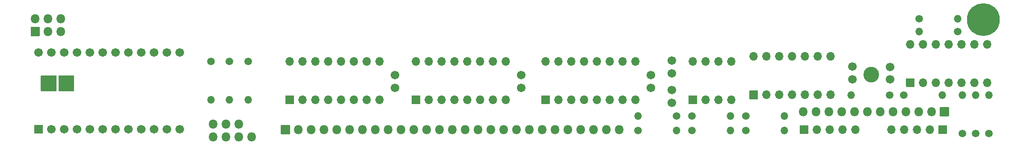
<source format=gbs>
G04 #@! TF.GenerationSoftware,KiCad,Pcbnew,5.1.10*
G04 #@! TF.CreationDate,2021-10-20T12:50:39+02:00*
G04 #@! TF.ProjectId,TH-XWhatsIt,54482d58-5768-4617-9473-49742e6b6963,0.1.3*
G04 #@! TF.SameCoordinates,Original*
G04 #@! TF.FileFunction,Soldermask,Bot*
G04 #@! TF.FilePolarity,Negative*
%FSLAX46Y46*%
G04 Gerber Fmt 4.6, Leading zero omitted, Abs format (unit mm)*
G04 Created by KiCad (PCBNEW 5.1.10) date 2021-10-20 12:50:39*
%MOMM*%
%LPD*%
G01*
G04 APERTURE LIST*
%ADD10O,1.801600X1.801600*%
%ADD11O,1.501600X1.501600*%
%ADD12C,1.501600*%
%ADD13C,3.101600*%
%ADD14C,0.901600*%
%ADD15C,6.501600*%
%ADD16C,1.701600*%
%ADD17O,1.701600X1.701600*%
G04 APERTURE END LIST*
D10*
X83512840Y-147301420D03*
X80972840Y-144761420D03*
X80972840Y-147301420D03*
X78432840Y-144761420D03*
X78432840Y-147301420D03*
X75892840Y-144761420D03*
X75892840Y-147301420D03*
D11*
X75483900Y-139947100D03*
D12*
X75483900Y-132327100D03*
D11*
X79174520Y-139947100D03*
D12*
X79174520Y-132327100D03*
D11*
X82865140Y-139947100D03*
D12*
X82865140Y-132327100D03*
D13*
X206180000Y-134890000D03*
D14*
X230000371Y-122318674D03*
X228303315Y-121615730D03*
X226606259Y-122318674D03*
X225903315Y-124015730D03*
X226606259Y-125712786D03*
X228303315Y-126415730D03*
X230000371Y-125712786D03*
X230703315Y-124015730D03*
D15*
X228303315Y-124015730D03*
G36*
G01*
X45341200Y-138152000D02*
X45341200Y-135152000D01*
G75*
G02*
X45392000Y-135101200I50800J0D01*
G01*
X48392000Y-135101200D01*
G75*
G02*
X48442800Y-135152000I0J-50800D01*
G01*
X48442800Y-138152000D01*
G75*
G02*
X48392000Y-138202800I-50800J0D01*
G01*
X45392000Y-138202800D01*
G75*
G02*
X45341200Y-138152000I0J50800D01*
G01*
G37*
G36*
G01*
X41841200Y-138152000D02*
X41841200Y-135152000D01*
G75*
G02*
X41892000Y-135101200I50800J0D01*
G01*
X44892000Y-135101200D01*
G75*
G02*
X44942800Y-135152000I0J-50800D01*
G01*
X44942800Y-138152000D01*
G75*
G02*
X44892000Y-138202800I-50800J0D01*
G01*
X41892000Y-138202800D01*
G75*
G02*
X41841200Y-138152000I0J50800D01*
G01*
G37*
D16*
X41367560Y-130492616D03*
X43907560Y-130492616D03*
X46447560Y-130492616D03*
X48987560Y-130492616D03*
X51527560Y-130492616D03*
X54067560Y-130492616D03*
X56607560Y-130492616D03*
X59147560Y-130492616D03*
X61687560Y-130492616D03*
X64227560Y-130492616D03*
X66767560Y-130492616D03*
X69307560Y-130492616D03*
X69307560Y-145732616D03*
X66767560Y-145732616D03*
X64227560Y-145732616D03*
X61687560Y-145732616D03*
X59147560Y-145732616D03*
X56607560Y-145732616D03*
X54067560Y-145732616D03*
X51527560Y-145732616D03*
X48987560Y-145732616D03*
X46447560Y-145732616D03*
X43907560Y-145732616D03*
G36*
G01*
X40516760Y-146532616D02*
X40516760Y-144932616D01*
G75*
G02*
X40567560Y-144881816I50800J0D01*
G01*
X42167560Y-144881816D01*
G75*
G02*
X42218360Y-144932616I0J-50800D01*
G01*
X42218360Y-146532616D01*
G75*
G02*
X42167560Y-146583416I-50800J0D01*
G01*
X40567560Y-146583416D01*
G75*
G02*
X40516760Y-146532616I0J50800D01*
G01*
G37*
D17*
X213868000Y-128880000D03*
X229108000Y-136500000D03*
X216408000Y-128880000D03*
X226568000Y-136500000D03*
X218948000Y-128880000D03*
X224028000Y-136500000D03*
X221488000Y-128880000D03*
X221488000Y-136500000D03*
X224028000Y-128880000D03*
X218948000Y-136500000D03*
X226568000Y-128880000D03*
X216408000Y-136500000D03*
X229108000Y-128880000D03*
G36*
G01*
X214668000Y-137350800D02*
X213068000Y-137350800D01*
G75*
G02*
X213017200Y-137300000I0J50800D01*
G01*
X213017200Y-135700000D01*
G75*
G02*
X213068000Y-135649200I50800J0D01*
G01*
X214668000Y-135649200D01*
G75*
G02*
X214718800Y-135700000I0J-50800D01*
G01*
X214718800Y-137300000D01*
G75*
G02*
X214668000Y-137350800I-50800J0D01*
G01*
G37*
D11*
X223220000Y-123800000D03*
D12*
X215600000Y-123800000D03*
D11*
X215600000Y-126340000D03*
D12*
X223220000Y-126340000D03*
D11*
X188920000Y-143100000D03*
D12*
X181300000Y-143100000D03*
D11*
X226800000Y-139000000D03*
D12*
X226800000Y-146620000D03*
D11*
X188920000Y-146050000D03*
D12*
X181300000Y-146050000D03*
D11*
X178280000Y-146050000D03*
D12*
X170660000Y-146050000D03*
D11*
X202180000Y-139000000D03*
D12*
X209800000Y-139000000D03*
D11*
X224200000Y-139000000D03*
D12*
X224200000Y-146620000D03*
D11*
X220220000Y-139000000D03*
D12*
X212600000Y-139000000D03*
D11*
X229400000Y-139000000D03*
D12*
X229400000Y-146620000D03*
D11*
X167640000Y-146050000D03*
D12*
X160020000Y-146050000D03*
D11*
X178280000Y-143100000D03*
D12*
X170660000Y-143100000D03*
D11*
X160020000Y-143100000D03*
D12*
X167640000Y-143100000D03*
D16*
X202460000Y-133340000D03*
X202460000Y-135840000D03*
D10*
X192682985Y-142279807D03*
X195222985Y-142279807D03*
X197762985Y-142279807D03*
X200302985Y-142279807D03*
X202842985Y-142279807D03*
X205382985Y-142279807D03*
X207922985Y-142279807D03*
X210462985Y-142279807D03*
X213002985Y-142279807D03*
X215542985Y-142279807D03*
X218082985Y-142279807D03*
G36*
G01*
X219772985Y-141379007D02*
X221472985Y-141379007D01*
G75*
G02*
X221523785Y-141429807I0J-50800D01*
G01*
X221523785Y-143129807D01*
G75*
G02*
X221472985Y-143180607I-50800J0D01*
G01*
X219772985Y-143180607D01*
G75*
G02*
X219722185Y-143129807I0J50800D01*
G01*
X219722185Y-141429807D01*
G75*
G02*
X219772985Y-141379007I50800J0D01*
G01*
G37*
X156289470Y-145851685D03*
X153749470Y-145851685D03*
X151209470Y-145851685D03*
X148669470Y-145851685D03*
X146129470Y-145851685D03*
X143589470Y-145851685D03*
X141049470Y-145851685D03*
X138509470Y-145851685D03*
X135969470Y-145851685D03*
X133429470Y-145851685D03*
X130889470Y-145851685D03*
X128349470Y-145851685D03*
X125809470Y-145851685D03*
X123269470Y-145851685D03*
X120729470Y-145851685D03*
X118189470Y-145851685D03*
X115649470Y-145851685D03*
X113109470Y-145851685D03*
X110569470Y-145851685D03*
X108029470Y-145851685D03*
X105489470Y-145851685D03*
X102949470Y-145851685D03*
X100409470Y-145851685D03*
X97869470Y-145851685D03*
X95329470Y-145851685D03*
X92789470Y-145851685D03*
G36*
G01*
X91099470Y-146752485D02*
X89399470Y-146752485D01*
G75*
G02*
X89348670Y-146701685I0J50800D01*
G01*
X89348670Y-145001685D01*
G75*
G02*
X89399470Y-144950885I50800J0D01*
G01*
X91099470Y-144950885D01*
G75*
G02*
X91150270Y-145001685I0J-50800D01*
G01*
X91150270Y-146701685D01*
G75*
G02*
X91099470Y-146752485I-50800J0D01*
G01*
G37*
D17*
X203041412Y-145851685D03*
X200501412Y-145851685D03*
X197961412Y-145851685D03*
X195421412Y-145851685D03*
G36*
G01*
X192030612Y-146651685D02*
X192030612Y-145051685D01*
G75*
G02*
X192081412Y-145000885I50800J0D01*
G01*
X193681412Y-145000885D01*
G75*
G02*
X193732212Y-145051685I0J-50800D01*
G01*
X193732212Y-146651685D01*
G75*
G02*
X193681412Y-146702485I-50800J0D01*
G01*
X192081412Y-146702485D01*
G75*
G02*
X192030612Y-146651685I0J50800D01*
G01*
G37*
D10*
X45812552Y-123825104D03*
X45812552Y-126365104D03*
X43272552Y-123825104D03*
X43272552Y-126365104D03*
X40732552Y-123825104D03*
G36*
G01*
X41582552Y-127265904D02*
X39882552Y-127265904D01*
G75*
G02*
X39831752Y-127215104I0J50800D01*
G01*
X39831752Y-125515104D01*
G75*
G02*
X39882552Y-125464304I50800J0D01*
G01*
X41582552Y-125464304D01*
G75*
G02*
X41633352Y-125515104I0J-50800D01*
G01*
X41633352Y-127215104D01*
G75*
G02*
X41582552Y-127265904I-50800J0D01*
G01*
G37*
D17*
X182880000Y-131318000D03*
X198120000Y-138938000D03*
X185420000Y-131318000D03*
X195580000Y-138938000D03*
X187960000Y-131318000D03*
X193040000Y-138938000D03*
X190500000Y-131318000D03*
X190500000Y-138938000D03*
X193040000Y-131318000D03*
X187960000Y-138938000D03*
X195580000Y-131318000D03*
X185420000Y-138938000D03*
X198120000Y-131318000D03*
G36*
G01*
X183680000Y-139788800D02*
X182080000Y-139788800D01*
G75*
G02*
X182029200Y-139738000I0J50800D01*
G01*
X182029200Y-138138000D01*
G75*
G02*
X182080000Y-138087200I50800J0D01*
G01*
X183680000Y-138087200D01*
G75*
G02*
X183730800Y-138138000I0J-50800D01*
G01*
X183730800Y-139738000D01*
G75*
G02*
X183680000Y-139788800I-50800J0D01*
G01*
G37*
D16*
X166687640Y-140493868D03*
X166687640Y-137993868D03*
X166687640Y-134659486D03*
X166687640Y-132159486D03*
D17*
X170854831Y-132278555D03*
X178474831Y-139898555D03*
X173394831Y-132278555D03*
X175934831Y-139898555D03*
X175934831Y-132278555D03*
X173394831Y-139898555D03*
X178474831Y-132278555D03*
G36*
G01*
X171654831Y-140749355D02*
X170054831Y-140749355D01*
G75*
G02*
X170004031Y-140698555I0J50800D01*
G01*
X170004031Y-139098555D01*
G75*
G02*
X170054831Y-139047755I50800J0D01*
G01*
X171654831Y-139047755D01*
G75*
G02*
X171705631Y-139098555I0J-50800D01*
G01*
X171705631Y-140698555D01*
G75*
G02*
X171654831Y-140749355I-50800J0D01*
G01*
G37*
X141684494Y-132278555D03*
X159464494Y-139898555D03*
X144224494Y-132278555D03*
X156924494Y-139898555D03*
X146764494Y-132278555D03*
X154384494Y-139898555D03*
X149304494Y-132278555D03*
X151844494Y-139898555D03*
X151844494Y-132278555D03*
X149304494Y-139898555D03*
X154384494Y-132278555D03*
X146764494Y-139898555D03*
X156924494Y-132278555D03*
X144224494Y-139898555D03*
X159464494Y-132278555D03*
G36*
G01*
X142484494Y-140749355D02*
X140884494Y-140749355D01*
G75*
G02*
X140833694Y-140698555I0J50800D01*
G01*
X140833694Y-139098555D01*
G75*
G02*
X140884494Y-139047755I50800J0D01*
G01*
X142484494Y-139047755D01*
G75*
G02*
X142535294Y-139098555I0J-50800D01*
G01*
X142535294Y-140698555D01*
G75*
G02*
X142484494Y-140749355I-50800J0D01*
G01*
G37*
X116086035Y-132278555D03*
X133866035Y-139898555D03*
X118626035Y-132278555D03*
X131326035Y-139898555D03*
X121166035Y-132278555D03*
X128786035Y-139898555D03*
X123706035Y-132278555D03*
X126246035Y-139898555D03*
X126246035Y-132278555D03*
X123706035Y-139898555D03*
X128786035Y-132278555D03*
X121166035Y-139898555D03*
X131326035Y-132278555D03*
X118626035Y-139898555D03*
X133866035Y-132278555D03*
G36*
G01*
X116886035Y-140749355D02*
X115286035Y-140749355D01*
G75*
G02*
X115235235Y-140698555I0J50800D01*
G01*
X115235235Y-139098555D01*
G75*
G02*
X115286035Y-139047755I50800J0D01*
G01*
X116886035Y-139047755D01*
G75*
G02*
X116936835Y-139098555I0J-50800D01*
G01*
X116936835Y-140698555D01*
G75*
G02*
X116886035Y-140749355I-50800J0D01*
G01*
G37*
D16*
X111918844Y-135017303D03*
X111918844Y-137517303D03*
X136921990Y-135017303D03*
X136921990Y-137517303D03*
X162520449Y-135017303D03*
X162520449Y-137517303D03*
X209890000Y-133360000D03*
X209890000Y-135860000D03*
D17*
X210105810Y-145851685D03*
X212645810Y-145851685D03*
X215185810Y-145851685D03*
X217725810Y-145851685D03*
G36*
G01*
X221116610Y-145051685D02*
X221116610Y-146651685D01*
G75*
G02*
X221065810Y-146702485I-50800J0D01*
G01*
X219465810Y-146702485D01*
G75*
G02*
X219415010Y-146651685I0J50800D01*
G01*
X219415010Y-145051685D01*
G75*
G02*
X219465810Y-145000885I50800J0D01*
G01*
X221065810Y-145000885D01*
G75*
G02*
X221116610Y-145051685I0J-50800D01*
G01*
G37*
X91082889Y-132278555D03*
X108862889Y-139898555D03*
X93622889Y-132278555D03*
X106322889Y-139898555D03*
X96162889Y-132278555D03*
X103782889Y-139898555D03*
X98702889Y-132278555D03*
X101242889Y-139898555D03*
X101242889Y-132278555D03*
X98702889Y-139898555D03*
X103782889Y-132278555D03*
X96162889Y-139898555D03*
X106322889Y-132278555D03*
X93622889Y-139898555D03*
X108862889Y-132278555D03*
G36*
G01*
X91882889Y-140749355D02*
X90282889Y-140749355D01*
G75*
G02*
X90232089Y-140698555I0J50800D01*
G01*
X90232089Y-139098555D01*
G75*
G02*
X90282889Y-139047755I50800J0D01*
G01*
X91882889Y-139047755D01*
G75*
G02*
X91933689Y-139098555I0J-50800D01*
G01*
X91933689Y-140698555D01*
G75*
G02*
X91882889Y-140749355I-50800J0D01*
G01*
G37*
M02*

</source>
